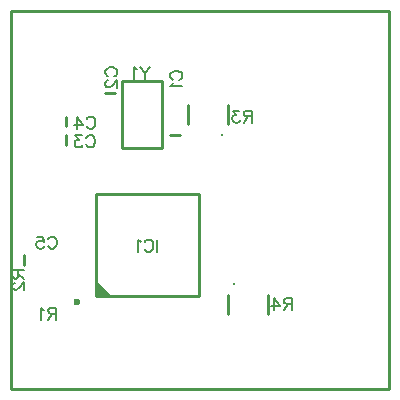
<source format=gbo>
G04 DipTrace 2.3.1.0*
%INminishiftmaster_BottomSilk.gbo*%
%MOIN*%
%ADD10C,0.0098*%
%ADD26C,0.0236*%
%ADD30C,0.0118*%
%ADD72C,0.0062*%
%FSLAX44Y44*%
G04*
G70*
G90*
G75*
G01*
%LNBotSilk*%
%LPD*%
X9244Y12403D2*
D10*
X9559D1*
X7394Y13820D2*
X7079D1*
X5779Y12079D2*
Y12394D1*
Y12704D2*
Y13019D1*
X4363Y8394D2*
Y8079D1*
X6774Y7024D2*
X10199D1*
Y10449D1*
X6774D1*
Y7024D1*
D26*
X6124Y6846D3*
G36*
X6782Y7039D2*
X7155Y7047D1*
X6782Y7039D1*
G37*
G36*
X6833Y7004D2*
X7305D1*
X6754Y7555D1*
X6833Y7004D1*
G37*
X16535Y3937D2*
D10*
X3937D1*
Y16535D1*
X16535D1*
Y3937D1*
X11183Y12776D2*
Y13406D1*
X9844Y12776D2*
Y13406D1*
D30*
X10986Y12406D3*
X11164Y7072D2*
D10*
Y6442D1*
X12503Y7072D2*
Y6442D1*
D30*
X11361Y7441D3*
X8964Y11968D2*
D10*
X7625D1*
Y14212D1*
X8964D1*
Y11968D1*
X9339Y14249D2*
D72*
X9301Y14268D1*
X9263Y14306D1*
X9244Y14344D1*
Y14421D1*
X9263Y14459D1*
X9301Y14497D1*
X9339Y14517D1*
X9397Y14536D1*
X9493D1*
X9550Y14517D1*
X9588Y14497D1*
X9626Y14459D1*
X9646Y14421D1*
Y14344D1*
X9626Y14306D1*
X9588Y14268D1*
X9550Y14249D1*
X9321Y14125D2*
X9301Y14087D1*
X9244Y14029D1*
X9646D1*
X7174Y14367D2*
X7136Y14386D1*
X7098Y14425D1*
X7079Y14463D1*
Y14539D1*
X7098Y14578D1*
X7136Y14616D1*
X7174Y14635D1*
X7232Y14654D1*
X7328D1*
X7385Y14635D1*
X7423Y14616D1*
X7461Y14578D1*
X7481Y14539D1*
Y14463D1*
X7461Y14425D1*
X7423Y14386D1*
X7385Y14367D1*
X7175Y14224D2*
X7156D1*
X7117Y14205D1*
X7098Y14186D1*
X7079Y14148D1*
Y14071D1*
X7098Y14033D1*
X7117Y14014D1*
X7156Y13995D1*
X7194D1*
X7232Y14014D1*
X7289Y14052D1*
X7481Y14244D1*
Y13976D1*
X6452Y12298D2*
X6471Y12336D1*
X6509Y12375D1*
X6547Y12394D1*
X6624D1*
X6662Y12375D1*
X6700Y12336D1*
X6720Y12298D1*
X6739Y12241D1*
Y12145D1*
X6720Y12088D1*
X6700Y12049D1*
X6662Y12011D1*
X6624Y11992D1*
X6547D1*
X6509Y12011D1*
X6471Y12049D1*
X6452Y12088D1*
X6290Y12393D2*
X6080D1*
X6194Y12240D1*
X6137D1*
X6099Y12221D1*
X6080Y12202D1*
X6060Y12145D1*
Y12107D1*
X6080Y12049D1*
X6118Y12011D1*
X6175Y11992D1*
X6233D1*
X6290Y12011D1*
X6309Y12030D1*
X6328Y12068D1*
X6461Y12923D2*
X6480Y12961D1*
X6519Y13000D1*
X6557Y13019D1*
X6633D1*
X6672Y13000D1*
X6710Y12961D1*
X6729Y12923D1*
X6748Y12866D1*
Y12770D1*
X6729Y12713D1*
X6710Y12674D1*
X6672Y12636D1*
X6633Y12617D1*
X6557D1*
X6519Y12636D1*
X6480Y12674D1*
X6461Y12713D1*
X6146Y12617D2*
Y13018D1*
X6338Y12751D1*
X6051D1*
X5169Y8923D2*
X5188Y8961D1*
X5227Y9000D1*
X5265Y9019D1*
X5341D1*
X5380Y9000D1*
X5418Y8961D1*
X5437Y8923D1*
X5456Y8866D1*
Y8770D1*
X5437Y8713D1*
X5418Y8674D1*
X5380Y8636D1*
X5341Y8617D1*
X5265D1*
X5227Y8636D1*
X5188Y8674D1*
X5169Y8713D1*
X4816Y9018D2*
X5007D1*
X5026Y8846D1*
X5007Y8865D1*
X4950Y8885D1*
X4893D1*
X4835Y8865D1*
X4797Y8827D1*
X4778Y8770D1*
Y8732D1*
X4797Y8674D1*
X4835Y8636D1*
X4893Y8617D1*
X4950D1*
X5007Y8636D1*
X5026Y8655D1*
X5046Y8693D1*
X8801Y8920D2*
Y8519D1*
X8391Y8825D2*
X8410Y8863D1*
X8448Y8901D1*
X8486Y8920D1*
X8563D1*
X8601Y8901D1*
X8639Y8863D1*
X8659Y8825D1*
X8678Y8767D1*
Y8671D1*
X8659Y8614D1*
X8639Y8576D1*
X8601Y8538D1*
X8563Y8519D1*
X8486D1*
X8448Y8538D1*
X8410Y8576D1*
X8391Y8614D1*
X8267Y8843D2*
X8229Y8863D1*
X8171Y8920D1*
Y8519D1*
X5440Y6452D2*
X5268D1*
X5210Y6472D1*
X5191Y6491D1*
X5172Y6529D1*
Y6567D1*
X5191Y6605D1*
X5210Y6625D1*
X5268Y6644D1*
X5440D1*
Y6242D1*
X5306Y6452D2*
X5172Y6242D1*
X5048Y6567D2*
X5010Y6586D1*
X4952Y6643D1*
Y6242D1*
X4177Y7888D2*
Y7716D1*
X4157Y7658D1*
X4138Y7639D1*
X4100Y7620D1*
X4062D1*
X4024Y7639D1*
X4004Y7658D1*
X3985Y7716D1*
Y7888D1*
X4387D1*
X4177Y7754D2*
X4387Y7620D1*
X4081Y7477D2*
X4062D1*
X4024Y7458D1*
X4005Y7439D1*
X3986Y7400D1*
Y7324D1*
X4005Y7286D1*
X4024Y7267D1*
X4062Y7247D1*
X4100D1*
X4139Y7267D1*
X4196Y7305D1*
X4387Y7496D1*
Y7228D1*
X11968Y13026D2*
X11796D1*
X11739Y13046D1*
X11720Y13065D1*
X11701Y13103D1*
Y13141D1*
X11720Y13179D1*
X11739Y13199D1*
X11796Y13218D1*
X11968D1*
Y12816D1*
X11835Y13026D2*
X11701Y12816D1*
X11539Y13217D2*
X11329D1*
X11443Y13064D1*
X11386D1*
X11348Y13045D1*
X11329Y13026D1*
X11309Y12969D1*
Y12931D1*
X11329Y12873D1*
X11367Y12835D1*
X11424Y12816D1*
X11482D1*
X11539Y12835D1*
X11558Y12854D1*
X11577Y12892D1*
X13298Y6769D2*
X13126D1*
X13068Y6789D1*
X13049Y6808D1*
X13030Y6846D1*
Y6884D1*
X13049Y6922D1*
X13068Y6942D1*
X13126Y6961D1*
X13298D1*
Y6559D1*
X13164Y6769D2*
X13030Y6559D1*
X12715D2*
Y6960D1*
X12906Y6693D1*
X12619D1*
X8557Y14672D2*
X8404Y14481D1*
Y14270D1*
X8251Y14672D2*
X8404Y14481D1*
X8128Y14595D2*
X8089Y14615D1*
X8032Y14672D1*
Y14270D1*
M02*

</source>
